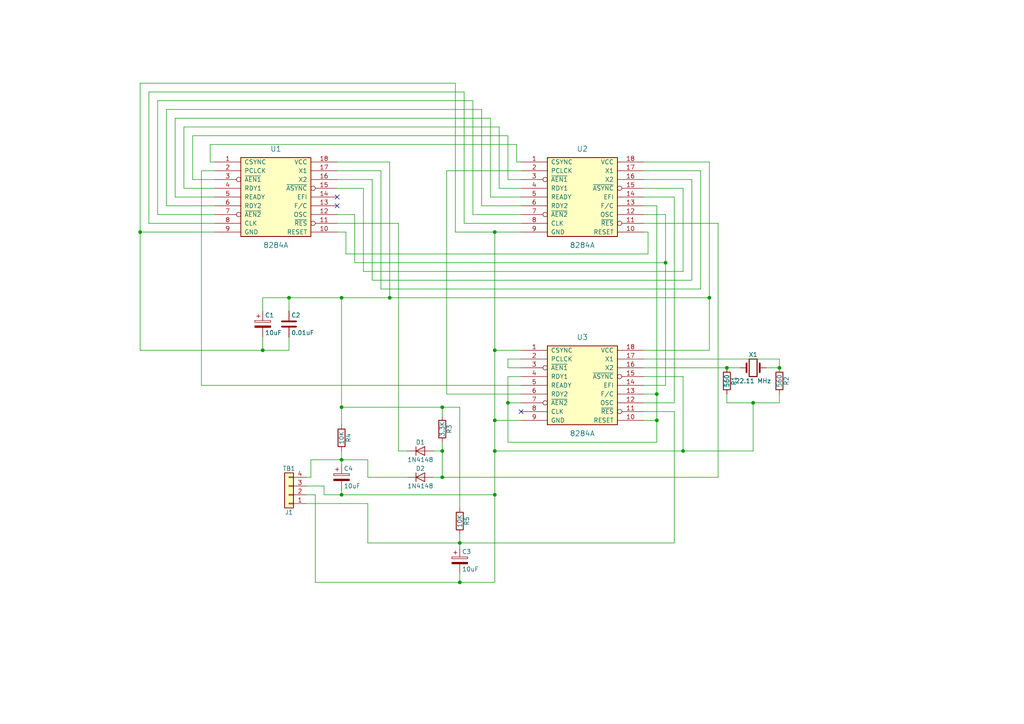
<source format=kicad_sch>
(kicad_sch (version 20230121) (generator eeschema)
  (paper "A4")
  (lib_symbols
    (symbol "PC-SPRINT-rescue:8284A" (pin_names (offset 1.016))
      (property "Reference" "U" (at 0 13.97 0))
      (property "Value" "8284A" (at 0 -13.97 0))
      (symbol "8284A_0_1"
        (rectangle (start -10.16 11.43) (end 10.16 -11.43) (stroke (width 0.254)) (fill (type background)))
      )
      (symbol "8284A_1_1"
        (pin passive line (at -17.78 10.16 0) (length 7.62) (name "CSYNC") (number "1"))
        (pin passive line (at 17.78 -10.16 180) (length 7.62) (name "RESET") (number "10"))
        (pin passive inverted (at 17.78 -7.62 180) (length 7.62) (name "~{RES}") (number "11"))
        (pin passive line (at 17.78 -5.08 180) (length 7.62) (name "OSC") (number "12"))
        (pin passive line (at 17.78 -2.54 180) (length 7.62) (name "F/C") (number "13"))
        (pin passive line (at 17.78 0 180) (length 7.62) (name "EFI") (number "14"))
        (pin passive inverted (at 17.78 2.54 180) (length 7.62) (name "~{ASYNC}") (number "15"))
        (pin passive line (at 17.78 5.08 180) (length 7.62) (name "X2") (number "16"))
        (pin passive line (at 17.78 7.62 180) (length 7.62) (name "X1") (number "17"))
        (pin passive line (at 17.78 10.16 180) (length 7.62) (name "VCC") (number "18"))
        (pin passive line (at -17.78 7.62 0) (length 7.62) (name "PCLCK") (number "2"))
        (pin passive inverted (at -17.78 5.08 0) (length 7.62) (name "~{AEN1}") (number "3"))
        (pin passive line (at -17.78 2.54 0) (length 7.62) (name "RDY1") (number "4"))
        (pin passive line (at -17.78 0 0) (length 7.62) (name "READY") (number "5"))
        (pin passive line (at -17.78 -2.54 0) (length 7.62) (name "RDY2") (number "6"))
        (pin passive inverted (at -17.78 -5.08 0) (length 7.62) (name "~{AEN2}") (number "7"))
        (pin passive line (at -17.78 -7.62 0) (length 7.62) (name "CLK") (number "8"))
        (pin passive line (at -17.78 -10.16 0) (length 7.62) (name "GND") (number "9"))
      )
    )
    (symbol "PC-SPRINT-rescue:C" (pin_numbers hide) (pin_names (offset 0.254))
      (property "Reference" "C" (at 0.635 2.54 0))
      (property "Value" "C" (at 0.635 -2.54 0))
      (symbol "C_0_1"
        (polyline (pts (xy -2.032 -0.762) (xy 2.032 -0.762)) (stroke (width 0.508)))
        (polyline (pts (xy -2.032 0.762) (xy 2.032 0.762)) (stroke (width 0.508)))
      )
      (symbol "C_1_1"
        (pin passive line (at 0 3.81 270) (length 2.794) (name "~") (number "1"))
        (pin passive line (at 0 -3.81 90) (length 2.794) (name "~") (number "2"))
      )
    )
    (symbol "PC-SPRINT-rescue:CP" (pin_numbers hide) (pin_names (offset 0.254))
      (property "Reference" "C" (at 0.635 2.54 0))
      (property "Value" "CP" (at 0.635 -2.54 0))
      (symbol "CP_0_1"
        (rectangle (start -2.286 0.508) (end -2.286 1.016))
        (rectangle (start -2.286 0.508) (end 2.286 0.508))
        (polyline (pts (xy -1.778 2.286) (xy -0.762 2.286)))
        (polyline (pts (xy -1.27 2.794) (xy -1.27 1.778)))
        (rectangle (start 2.286 -0.508) (end -2.286 -1.016) (fill (type outline)))
        (rectangle (start 2.286 1.016) (end -2.286 1.016))
        (rectangle (start 2.286 1.016) (end 2.286 0.508))
      )
      (symbol "CP_1_1"
        (pin passive line (at 0 3.81 270) (length 2.794) (name "~") (number "1"))
        (pin passive line (at 0 -3.81 90) (length 2.794) (name "~") (number "2"))
      )
    )
    (symbol "PC-SPRINT-rescue:Conn_01x04" (pin_names (offset 1.016) hide)
      (property "Reference" "J" (at 0 5.08 0))
      (property "Value" "Conn_01x04" (at 0 -7.62 0))
      (symbol "Conn_01x04_1_1"
        (rectangle (start -1.27 -4.953) (end 0 -5.207) (stroke (width 0.1524)))
        (rectangle (start -1.27 -2.413) (end 0 -2.667) (stroke (width 0.1524)))
        (rectangle (start -1.27 0.127) (end 0 -0.127) (stroke (width 0.1524)))
        (rectangle (start -1.27 2.667) (end 0 2.413) (stroke (width 0.1524)))
        (rectangle (start -1.27 3.81) (end 1.27 -6.35) (stroke (width 0.254)) (fill (type background)))
        (pin passive line (at -5.08 2.54 0) (length 3.81) (name "Pin_1") (number "1"))
        (pin passive line (at -5.08 0 0) (length 3.81) (name "Pin_2") (number "2"))
        (pin passive line (at -5.08 -2.54 0) (length 3.81) (name "Pin_3") (number "3"))
        (pin passive line (at -5.08 -5.08 0) (length 3.81) (name "Pin_4") (number "4"))
      )
    )
    (symbol "PC-SPRINT-rescue:Crystal" (pin_numbers hide) (pin_names (offset 1.016) hide)
      (property "Reference" "Y" (at 0 3.81 0))
      (property "Value" "Crystal" (at 0 -3.81 0))
      (symbol "Crystal_0_1"
        (rectangle (start -1.143 2.54) (end 1.143 -2.54) (stroke (width 0.3048)))
        (polyline (pts (xy -2.54 0) (xy -1.905 0)))
        (polyline (pts (xy -1.905 -1.27) (xy -1.905 1.27)) (stroke (width 0.508)))
        (polyline (pts (xy 1.905 -1.27) (xy 1.905 1.27)) (stroke (width 0.508)))
        (polyline (pts (xy 2.54 0) (xy 1.905 0)))
      )
      (symbol "Crystal_1_1"
        (pin passive line (at -3.81 0 0) (length 1.27) (name "1") (number "1"))
        (pin passive line (at 3.81 0 180) (length 1.27) (name "2") (number "2"))
      )
    )
    (symbol "PC-SPRINT-rescue:D" (pin_numbers hide) (pin_names (offset 1.016) hide)
      (property "Reference" "D" (at 0 2.54 0))
      (property "Value" "D" (at 0 -2.54 0))
      (symbol "D_0_1"
        (polyline (pts (xy -1.27 1.27) (xy -1.27 -1.27)) (stroke (width 0.2032)))
        (polyline (pts (xy 1.27 0) (xy -1.27 0)))
        (polyline (pts (xy 1.27 1.27) (xy 1.27 -1.27) (xy -1.27 0) (xy 1.27 1.27)) (stroke (width 0.2032)))
      )
      (symbol "D_1_1"
        (pin passive line (at -3.81 0 0) (length 2.54) (name "K") (number "1"))
        (pin passive line (at 3.81 0 180) (length 2.54) (name "A") (number "2"))
      )
    )
    (symbol "PC-SPRINT-rescue:R" (pin_numbers hide) (pin_names (offset 0))
      (property "Reference" "R" (at 2.032 0 90))
      (property "Value" "R" (at 0 0 90))
      (symbol "R_0_1"
        (rectangle (start -1.016 -2.54) (end 1.016 2.54) (stroke (width 0.254)))
      )
      (symbol "R_1_1"
        (pin passive line (at 0 3.81 270) (length 1.27) (name "~") (number "1"))
        (pin passive line (at 0 -3.81 90) (length 1.27) (name "~") (number "2"))
      )
    )
  )
  (junction (at 133.35 157.48))
  (junction (at 190.5 114.3))
  (junction (at 143.51 101.6))
  (junction (at 193.04 76.2))
  (junction (at 143.51 130.81))
  (junction (at 198.12 130.81))
  (junction (at 147.32 116.84))
  (junction (at 113.03 86.36))
  (junction (at 210.82 106.68))
  (junction (at 143.51 67.31))
  (junction (at 205.74 86.36))
  (junction (at 40.64 67.31))
  (junction (at 128.27 118.11))
  (junction (at 128.27 138.43))
  (junction (at 76.2 101.6))
  (junction (at 128.27 130.81))
  (junction (at 99.06 143.51))
  (junction (at 99.06 133.35))
  (junction (at 143.51 121.92))
  (junction (at 99.06 118.11))
  (junction (at 226.06 106.68))
  (junction (at 99.06 86.36))
  (junction (at 133.35 168.91))
  (junction (at 190.5 121.92))
  (junction (at 83.82 86.36))
  (junction (at 218.44 116.84))
  (junction (at 143.51 143.51))
  (no_connect (at 97.79 59.69))
  (no_connect (at 151.13 119.38))
  (no_connect (at 97.79 57.15))
  (wire (pts (xy 210.82 106.68) (xy 214.63 106.68)))
  (wire (pts (xy 106.68 133.35) (xy 106.68 138.43)))
  (wire (pts (xy 106.68 157.48) (xy 106.68 146.05)))
  (wire (pts (xy 60.96 41.91) (xy 149.86 41.91)))
  (wire (pts (xy 186.69 64.77) (xy 208.28 64.77)))
  (wire (pts (xy 133.35 168.91) (xy 143.51 168.91)))
  (wire (pts (xy 147.32 52.07) (xy 147.32 39.37)))
  (wire (pts (xy 133.35 118.11) (xy 133.35 147.32)))
  (wire (pts (xy 142.24 34.29) (xy 50.8 34.29)))
  (wire (pts (xy 198.12 54.61) (xy 186.69 54.61)))
  (wire (pts (xy 151.13 62.23) (xy 137.16 62.23)))
  (wire (pts (xy 97.79 49.53) (xy 110.49 49.53)))
  (wire (pts (xy 151.13 104.14) (xy 147.32 104.14)))
  (wire (pts (xy 110.49 83.82) (xy 203.2 83.82)))
  (wire (pts (xy 62.23 54.61) (xy 53.34 54.61)))
  (wire (pts (xy 99.06 133.35) (xy 99.06 134.62)))
  (wire (pts (xy 55.88 52.07) (xy 62.23 52.07)))
  (wire (pts (xy 53.34 36.83) (xy 144.78 36.83)))
  (wire (pts (xy 195.58 119.38) (xy 186.69 119.38)))
  (wire (pts (xy 97.79 54.61) (xy 105.41 54.61)))
  (wire (pts (xy 99.06 118.11) (xy 99.06 123.19)))
  (wire (pts (xy 76.2 101.6) (xy 76.2 97.79)))
  (wire (pts (xy 147.32 106.68) (xy 151.13 106.68)))
  (wire (pts (xy 137.16 29.21) (xy 45.72 29.21)))
  (wire (pts (xy 128.27 118.11) (xy 133.35 118.11)))
  (wire (pts (xy 147.32 109.22) (xy 147.32 116.84)))
  (wire (pts (xy 50.8 57.15) (xy 62.23 57.15)))
  (wire (pts (xy 97.79 46.99) (xy 113.03 46.99)))
  (wire (pts (xy 142.24 57.15) (xy 142.24 34.29)))
  (wire (pts (xy 147.32 104.14) (xy 147.32 106.68)))
  (wire (pts (xy 115.57 64.77) (xy 115.57 130.81)))
  (wire (pts (xy 218.44 130.81) (xy 218.44 116.84)))
  (wire (pts (xy 186.69 59.69) (xy 190.5 59.69)))
  (wire (pts (xy 53.34 54.61) (xy 53.34 36.83)))
  (wire (pts (xy 107.95 52.07) (xy 107.95 81.28)))
  (wire (pts (xy 58.42 111.76) (xy 58.42 49.53)))
  (wire (pts (xy 134.62 26.67) (xy 134.62 64.77)))
  (wire (pts (xy 200.66 52.07) (xy 186.69 52.07)))
  (wire (pts (xy 151.13 111.76) (xy 58.42 111.76)))
  (wire (pts (xy 186.69 114.3) (xy 190.5 114.3)))
  (wire (pts (xy 133.35 154.94) (xy 133.35 157.48)))
  (wire (pts (xy 88.9 140.97) (xy 93.98 140.97)))
  (wire (pts (xy 226.06 116.84) (xy 218.44 116.84)))
  (wire (pts (xy 132.08 67.31) (xy 143.51 67.31)))
  (wire (pts (xy 40.64 24.13) (xy 132.08 24.13)))
  (wire (pts (xy 43.18 26.67) (xy 134.62 26.67)))
  (wire (pts (xy 143.51 121.92) (xy 151.13 121.92)))
  (wire (pts (xy 97.79 64.77) (xy 115.57 64.77)))
  (wire (pts (xy 208.28 64.77) (xy 208.28 138.43)))
  (wire (pts (xy 55.88 39.37) (xy 55.88 52.07)))
  (wire (pts (xy 45.72 29.21) (xy 45.72 62.23)))
  (wire (pts (xy 83.82 90.17) (xy 83.82 86.36)))
  (wire (pts (xy 125.73 130.81) (xy 128.27 130.81)))
  (wire (pts (xy 205.74 101.6) (xy 186.69 101.6)))
  (wire (pts (xy 129.54 114.3) (xy 151.13 114.3)))
  (wire (pts (xy 210.82 116.84) (xy 210.82 114.3)))
  (wire (pts (xy 218.44 116.84) (xy 210.82 116.84)))
  (wire (pts (xy 151.13 52.07) (xy 147.32 52.07)))
  (wire (pts (xy 62.23 46.99) (xy 60.96 46.99)))
  (wire (pts (xy 226.06 106.68) (xy 226.06 104.14)))
  (wire (pts (xy 40.64 67.31) (xy 40.64 101.6)))
  (wire (pts (xy 76.2 86.36) (xy 76.2 90.17)))
  (wire (pts (xy 147.32 39.37) (xy 55.88 39.37)))
  (wire (pts (xy 193.04 76.2) (xy 102.87 76.2)))
  (wire (pts (xy 129.54 49.53) (xy 129.54 114.3)))
  (wire (pts (xy 76.2 86.36) (xy 83.82 86.36)))
  (wire (pts (xy 190.5 114.3) (xy 190.5 121.92)))
  (wire (pts (xy 190.5 121.92) (xy 190.5 128.27)))
  (wire (pts (xy 90.17 133.35) (xy 99.06 133.35)))
  (wire (pts (xy 186.69 111.76) (xy 193.04 111.76)))
  (wire (pts (xy 193.04 62.23) (xy 186.69 62.23)))
  (wire (pts (xy 99.06 143.51) (xy 99.06 142.24)))
  (wire (pts (xy 226.06 104.14) (xy 186.69 104.14)))
  (wire (pts (xy 102.87 62.23) (xy 97.79 62.23)))
  (wire (pts (xy 144.78 54.61) (xy 151.13 54.61)))
  (wire (pts (xy 147.32 116.84) (xy 151.13 116.84)))
  (wire (pts (xy 58.42 49.53) (xy 62.23 49.53)))
  (wire (pts (xy 83.82 86.36) (xy 99.06 86.36)))
  (wire (pts (xy 113.03 86.36) (xy 205.74 86.36)))
  (wire (pts (xy 186.69 106.68) (xy 210.82 106.68)))
  (wire (pts (xy 50.8 34.29) (xy 50.8 57.15)))
  (wire (pts (xy 203.2 83.82) (xy 203.2 49.53)))
  (wire (pts (xy 195.58 157.48) (xy 195.58 119.38)))
  (wire (pts (xy 143.51 121.92) (xy 143.51 101.6)))
  (wire (pts (xy 205.74 46.99) (xy 205.74 86.36)))
  (wire (pts (xy 97.79 52.07) (xy 107.95 52.07)))
  (wire (pts (xy 186.69 116.84) (xy 195.58 116.84)))
  (wire (pts (xy 195.58 57.15) (xy 186.69 57.15)))
  (wire (pts (xy 203.2 49.53) (xy 186.69 49.53)))
  (wire (pts (xy 106.68 138.43) (xy 118.11 138.43)))
  (wire (pts (xy 99.06 130.81) (xy 99.06 133.35)))
  (wire (pts (xy 186.69 46.99) (xy 205.74 46.99)))
  (wire (pts (xy 190.5 128.27) (xy 147.32 128.27)))
  (wire (pts (xy 99.06 133.35) (xy 106.68 133.35)))
  (wire (pts (xy 187.96 67.31) (xy 187.96 73.66)))
  (wire (pts (xy 48.26 31.75) (xy 139.7 31.75)))
  (wire (pts (xy 105.41 78.74) (xy 198.12 78.74)))
  (wire (pts (xy 133.35 157.48) (xy 133.35 158.75)))
  (wire (pts (xy 143.51 130.81) (xy 143.51 121.92)))
  (wire (pts (xy 193.04 111.76) (xy 193.04 76.2)))
  (wire (pts (xy 99.06 118.11) (xy 128.27 118.11)))
  (wire (pts (xy 137.16 62.23) (xy 137.16 29.21)))
  (wire (pts (xy 62.23 64.77) (xy 43.18 64.77)))
  (wire (pts (xy 149.86 41.91) (xy 149.86 46.99)))
  (wire (pts (xy 134.62 64.77) (xy 151.13 64.77)))
  (wire (pts (xy 91.44 168.91) (xy 133.35 168.91)))
  (wire (pts (xy 133.35 168.91) (xy 133.35 166.37)))
  (wire (pts (xy 143.51 67.31) (xy 151.13 67.31)))
  (wire (pts (xy 151.13 57.15) (xy 142.24 57.15)))
  (wire (pts (xy 198.12 109.22) (xy 198.12 130.81)))
  (wire (pts (xy 205.74 86.36) (xy 205.74 101.6)))
  (wire (pts (xy 128.27 130.81) (xy 128.27 138.43)))
  (wire (pts (xy 190.5 59.69) (xy 190.5 114.3)))
  (wire (pts (xy 128.27 120.65) (xy 128.27 118.11)))
  (wire (pts (xy 60.96 46.99) (xy 60.96 41.91)))
  (wire (pts (xy 128.27 138.43) (xy 208.28 138.43)))
  (wire (pts (xy 186.69 109.22) (xy 198.12 109.22)))
  (wire (pts (xy 186.69 67.31) (xy 187.96 67.31)))
  (wire (pts (xy 107.95 81.28) (xy 200.66 81.28)))
  (wire (pts (xy 151.13 101.6) (xy 143.51 101.6)))
  (wire (pts (xy 100.33 67.31) (xy 97.79 67.31)))
  (wire (pts (xy 62.23 59.69) (xy 48.26 59.69)))
  (wire (pts (xy 48.26 59.69) (xy 48.26 31.75)))
  (wire (pts (xy 143.51 143.51) (xy 143.51 130.81)))
  (wire (pts (xy 45.72 62.23) (xy 62.23 62.23)))
  (wire (pts (xy 143.51 101.6) (xy 143.51 67.31)))
  (wire (pts (xy 187.96 73.66) (xy 100.33 73.66)))
  (wire (pts (xy 90.17 138.43) (xy 90.17 133.35)))
  (wire (pts (xy 128.27 128.27) (xy 128.27 130.81)))
  (wire (pts (xy 62.23 67.31) (xy 40.64 67.31)))
  (wire (pts (xy 125.73 138.43) (xy 128.27 138.43)))
  (wire (pts (xy 147.32 116.84) (xy 147.32 128.27)))
  (wire (pts (xy 195.58 116.84) (xy 195.58 57.15)))
  (wire (pts (xy 106.68 146.05) (xy 88.9 146.05)))
  (wire (pts (xy 144.78 36.83) (xy 144.78 54.61)))
  (wire (pts (xy 198.12 78.74) (xy 198.12 54.61)))
  (wire (pts (xy 139.7 31.75) (xy 139.7 59.69)))
  (wire (pts (xy 93.98 140.97) (xy 93.98 143.51)))
  (wire (pts (xy 186.69 121.92) (xy 190.5 121.92)))
  (wire (pts (xy 226.06 114.3) (xy 226.06 116.84)))
  (wire (pts (xy 40.64 24.13) (xy 40.64 67.31)))
  (wire (pts (xy 102.87 76.2) (xy 102.87 62.23)))
  (wire (pts (xy 149.86 46.99) (xy 151.13 46.99)))
  (wire (pts (xy 88.9 138.43) (xy 90.17 138.43)))
  (wire (pts (xy 113.03 46.99) (xy 113.03 86.36)))
  (wire (pts (xy 110.49 49.53) (xy 110.49 83.82)))
  (wire (pts (xy 143.51 130.81) (xy 198.12 130.81)))
  (wire (pts (xy 105.41 54.61) (xy 105.41 78.74)))
  (wire (pts (xy 99.06 86.36) (xy 113.03 86.36)))
  (wire (pts (xy 76.2 101.6) (xy 83.82 101.6)))
  (wire (pts (xy 198.12 130.81) (xy 218.44 130.81)))
  (wire (pts (xy 132.08 24.13) (xy 132.08 67.31)))
  (wire (pts (xy 133.35 157.48) (xy 195.58 157.48)))
  (wire (pts (xy 99.06 143.51) (xy 143.51 143.51)))
  (wire (pts (xy 222.25 106.68) (xy 226.06 106.68)))
  (wire (pts (xy 200.66 81.28) (xy 200.66 52.07)))
  (wire (pts (xy 143.51 168.91) (xy 143.51 143.51)))
  (wire (pts (xy 40.64 101.6) (xy 76.2 101.6)))
  (wire (pts (xy 83.82 101.6) (xy 83.82 97.79)))
  (wire (pts (xy 100.33 73.66) (xy 100.33 67.31)))
  (wire (pts (xy 151.13 109.22) (xy 147.32 109.22)))
  (wire (pts (xy 193.04 76.2) (xy 193.04 62.23)))
  (wire (pts (xy 43.18 64.77) (xy 43.18 26.67)))
  (wire (pts (xy 93.98 143.51) (xy 99.06 143.51)))
  (wire (pts (xy 151.13 49.53) (xy 129.54 49.53)))
  (wire (pts (xy 91.44 143.51) (xy 91.44 168.91)))
  (wire (pts (xy 88.9 143.51) (xy 91.44 143.51)))
  (wire (pts (xy 139.7 59.69) (xy 151.13 59.69)))
  (wire (pts (xy 99.06 86.36) (xy 99.06 118.11)))
  (wire (pts (xy 115.57 130.81) (xy 118.11 130.81)))
  (wire (pts (xy 106.68 157.48) (xy 133.35 157.48)))
  (symbol (lib_id "PC-SPRINT-rescue:8284A") (at 80.01 57.15 0) (unit 1)
    (property "Reference" "U1" (at 80.01 43.18 0) (effects (font (size 1.524 1.524))))
    (property "Value" "8284A" (at 80.01 71.12 0) (effects (font (size 1.524 1.524))))
    (property "Footprint" "Package_DIP:DIP-18_W7.62mm_LongPads" (effects hide))
  )
  (symbol (lib_id "PC-SPRINT-rescue:8284A") (at 168.91 57.15 0) (unit 1)
    (property "Reference" "U2" (at 168.91 43.18 0) (effects (font (size 1.524 1.524))))
    (property "Value" "8284A" (at 168.91 71.12 0) (effects (font (size 1.524 1.524))))
    (property "Footprint" "Package_DIP:DIP-18_W7.62mm_LongPads" (effects hide))
  )
  (symbol (lib_id "PC-SPRINT-rescue:8284A") (at 168.91 111.76 0) (unit 1)
    (property "Reference" "U3" (at 168.91 97.79 0) (effects (font (size 1.524 1.524))))
    (property "Value" "8284A" (at 168.91 125.73 0) (effects (font (size 1.524 1.524))))
    (property "Footprint" "Package_DIP:DIP-18_W7.62mm_LongPads" (effects hide))
  )
  (symbol (lib_id "PC-SPRINT-rescue:CP") (at 76.2 93.98 0) (unit 1)
    (property "Reference" "C1" (at 76.835 91.44 0) (effects (justify left)))
    (property "Value" "10uF" (at 76.835 96.52 0) (effects (justify left)))
    (property "Footprint" "Capacitor_SMD:C_1206_3216Metric_Pad1.33x1.80mm_HandSolder" (effects hide))
  )
  (symbol (lib_id "PC-SPRINT-rescue:CP") (at 133.35 162.56 0) (unit 1)
    (property "Reference" "C3" (at 133.985 160.02 0) (effects (justify left)))
    (property "Value" "10uF" (at 133.985 165.1 0) (effects (justify left)))
    (property "Footprint" "Capacitor_SMD:C_1206_3216Metric_Pad1.33x1.80mm_HandSolder" (effects hide))
  )
  (symbol (lib_id "PC-SPRINT-rescue:CP") (at 99.06 138.43 0) (unit 1)
    (property "Reference" "C4" (at 99.695 135.89 0) (effects (justify left)))
    (property "Value" "10uF" (at 99.695 140.97 0) (effects (justify left)))
    (property "Footprint" "Capacitor_SMD:C_1206_3216Metric_Pad1.33x1.80mm_HandSolder" (effects hide))
  )
  (symbol (lib_id "PC-SPRINT-rescue:C") (at 83.82 93.98 0) (unit 1)
    (property "Reference" "C2" (at 84.455 91.44 0) (effects (justify left)))
    (property "Value" "0.01uF" (at 84.455 96.52 0) (effects (justify left)))
    (property "Footprint" "Capacitor_SMD:C_0805_2012Metric_Pad1.18x1.45mm_HandSolder" (effects hide))
  )
  (symbol (lib_id "PC-SPRINT-rescue:Crystal") (at 218.44 106.68 0) (unit 1)
    (property "Reference" "X1" (at 218.44 102.87 0))
    (property "Value" "22.11 MHz" (at 218.44 110.49 0))
    (property "Footprint" "Crystal:Crystal_HC18-U_Vertical" (effects hide))
  )
  (symbol (lib_id "PC-SPRINT-rescue:Conn_01x04") (at 83.82 143.51 180) (unit 1)
    (property "Reference" "J1" (at 83.82 148.59 0))
    (property "Value" "TB1" (at 83.82 135.89 0))
    (property "Footprint" "Connector_PinHeader_2.54mm:PinHeader_1x04_P2.54mm_Vertical" (effects hide))
  )
  (symbol (lib_id "PC-SPRINT-rescue:R") (at 210.82 110.49 0) (unit 1)
    (property "Reference" "R1" (at 212.852 110.49 90))
    (property "Value" "560" (at 210.82 110.49 90))
    (property "Footprint" "Resistor_SMD:R_0805_2012Metric_Pad1.20x1.40mm_HandSolder" (effects hide))
  )
  (symbol (lib_id "PC-SPRINT-rescue:R") (at 226.06 110.49 0) (unit 1)
    (property "Reference" "R2" (at 228.092 110.49 90))
    (property "Value" "560" (at 226.06 110.49 90))
    (property "Footprint" "Resistor_SMD:R_0805_2012Metric_Pad1.20x1.40mm_HandSolder" (effects hide))
  )
  (symbol (lib_id "PC-SPRINT-rescue:R") (at 128.27 124.46 0) (unit 1)
    (property "Reference" "R3" (at 130.302 124.46 90))
    (property "Value" "3.3K" (at 128.27 124.46 90))
    (property "Footprint" "Resistor_SMD:R_0805_2012Metric_Pad1.20x1.40mm_HandSolder" (effects hide))
  )
  (symbol (lib_id "PC-SPRINT-rescue:R") (at 99.06 127 0) (unit 1)
    (property "Reference" "R4" (at 101.092 127 90))
    (property "Value" "10K" (at 99.06 127 90))
    (property "Footprint" "Resistor_SMD:R_0805_2012Metric_Pad1.20x1.40mm_HandSolder" (effects hide))
  )
  (symbol (lib_id "PC-SPRINT-rescue:R") (at 133.35 151.13 0) (unit 1)
    (property "Reference" "R5" (at 135.382 151.13 90))
    (property "Value" "10K" (at 133.35 151.13 90))
    (property "Footprint" "Resistor_SMD:R_0805_2012Metric_Pad1.20x1.40mm_HandSolder" (effects hide))
  )
  (symbol (lib_id "PC-SPRINT-rescue:D") (at 121.92 130.81 0) (unit 1)
    (property "Reference" "D1" (at 121.92 128.27 0))
    (property "Value" "1N4148" (at 121.92 133.35 0))
    (property "Footprint" "Diode_SMD:D_SOD-123" (effects hide))
  )
  (symbol (lib_id "PC-SPRINT-rescue:D") (at 121.92 138.43 0) (unit 1)
    (property "Reference" "D2" (at 121.92 135.89 0))
    (property "Value" "1N4148" (at 121.92 140.97 0))
    (property "Footprint" "Diode_SMD:D_SOD-123" (effects hide))
  )
)
</source>
